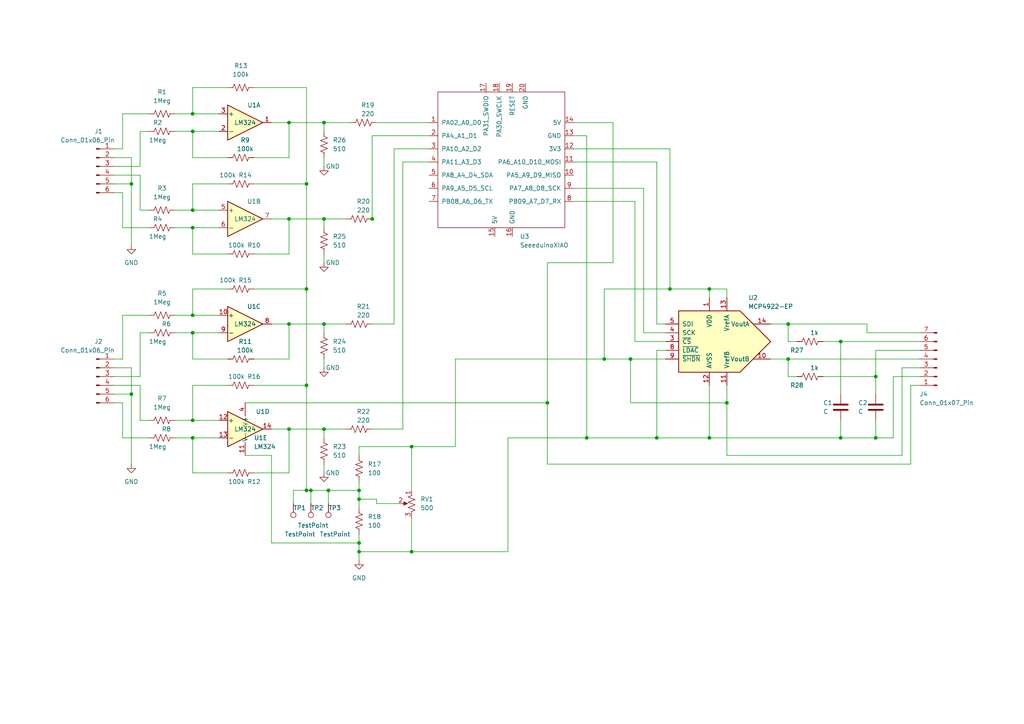
<source format=kicad_sch>
(kicad_sch (version 20230121) (generator eeschema)
  (paper "A4")
  (title_block (date "mar. 31 mars 2015"))
  (lib_symbols
    (symbol "Amplifier_Operational:LM324" (pin_names (offset 0.127))
      (property "Reference" "U" (at 0 5.08 0))
      (property "Value" "LM324" (at 0 -5.08 0))
      (symbol "LM324_1_1"
        (polyline (pts (xy -5.08 5.08) (xy 5.08 0) (xy -5.08 -5.08) (xy -5.08 5.08)) (stroke (width 0.254)) (fill (type background)))
        (pin output line (at 7.62 0 180) (length 2.54) (name "~") (number "1"))
        (pin input line (at -7.62 -2.54 0) (length 2.54) (name "-") (number "2"))
        (pin input line (at -7.62 2.54 0) (length 2.54) (name "+") (number "3"))
      )
      (symbol "LM324_2_1"
        (polyline (pts (xy -5.08 5.08) (xy 5.08 0) (xy -5.08 -5.08) (xy -5.08 5.08)) (stroke (width 0.254)) (fill (type background)))
        (pin input line (at -7.62 2.54 0) (length 2.54) (name "+") (number "5"))
        (pin input line (at -7.62 -2.54 0) (length 2.54) (name "-") (number "6"))
        (pin output line (at 7.62 0 180) (length 2.54) (name "~") (number "7"))
      )
      (symbol "LM324_3_1"
        (polyline (pts (xy -5.08 5.08) (xy 5.08 0) (xy -5.08 -5.08) (xy -5.08 5.08)) (stroke (width 0.254)) (fill (type background)))
        (pin input line (at -7.62 2.54 0) (length 2.54) (name "+") (number "10"))
        (pin output line (at 7.62 0 180) (length 2.54) (name "~") (number "8"))
        (pin input line (at -7.62 -2.54 0) (length 2.54) (name "-") (number "9"))
      )
      (symbol "LM324_4_1"
        (polyline (pts (xy -5.08 5.08) (xy 5.08 0) (xy -5.08 -5.08) (xy -5.08 5.08)) (stroke (width 0.254)) (fill (type background)))
        (pin input line (at -7.62 2.54 0) (length 2.54) (name "+") (number "12"))
        (pin input line (at -7.62 -2.54 0) (length 2.54) (name "-") (number "13"))
        (pin output line (at 7.62 0 180) (length 2.54) (name "~") (number "14"))
      )
      (symbol "LM324_5_1"
        (pin power_in line (at -2.54 -7.62 90) (length 3.81) (name "V-") (number "11"))
        (pin power_in line (at -2.54 7.62 270) (length 3.81) (name "V+") (number "4"))
      )
    )
    (symbol "Analog_DAC:MCP4922-EP" (pin_names (offset 1.016))
      (property "Reference" "U" (at -10.16 10.16 0))
      (property "Value" "MCP4922-EP" (at 3.81 10.16 0))
      (symbol "MCP4922-EP_0_1"
        (polyline (pts (xy -11.43 8.89) (xy 6.35 8.89) (xy 15.24 0) (xy 6.35 -8.89) (xy -11.43 -8.89) (xy -11.43 8.89)) (stroke (width 0.254)) (fill (type background)))
      )
      (symbol "MCP4922-EP_1_1"
        (pin power_in line (at -2.54 12.7 270) (length 3.81) (name "VDD") (number "1"))
        (pin passive line (at 15.24 -5.08 180) (length 5.08) (name "VoutB") (number "10"))
        (pin passive line (at 2.54 -12.7 90) (length 3.81) (name "VrefB") (number "11"))
        (pin power_in line (at -2.54 -12.7 90) (length 3.81) (name "AVSS") (number "12"))
        (pin passive line (at 2.54 12.7 270) (length 3.81) (name "VrefA") (number "13"))
        (pin passive line (at 15.24 5.08 180) (length 5.08) (name "VoutA") (number "14"))
        (pin no_connect line (at -5.08 -8.89 90) (length 2.54) hide (name "NC") (number "2"))
        (pin input line (at -15.24 0 0) (length 3.81) (name "~{CS}") (number "3"))
        (pin input line (at -15.24 2.54 0) (length 3.81) (name "SCK") (number "4"))
        (pin input line (at -15.24 5.08 0) (length 3.81) (name "SDI") (number "5"))
        (pin no_connect line (at -7.62 -8.89 90) (length 2.54) hide (name "NC") (number "6"))
        (pin no_connect line (at -10.16 -8.89 90) (length 2.54) hide (name "NC") (number "7"))
        (pin input line (at -15.24 -2.54 0) (length 3.81) (name "~{LDAC}") (number "8"))
        (pin input line (at -15.24 -5.08 0) (length 3.81) (name "~{SHDN}") (number "9"))
      )
    )
    (symbol "Connector:Conn_01x06_Pin" (pin_names (offset 1.016) hide)
      (property "Reference" "J" (at 0 7.62 0))
      (property "Value" "Conn_01x06_Pin" (at 0 -10.16 0))
      (symbol "Conn_01x06_Pin_1_1"
        (polyline (pts (xy 1.27 -7.62) (xy 0.8636 -7.62)) (stroke (width 0.1524)))
        (polyline (pts (xy 1.27 -5.08) (xy 0.8636 -5.08)) (stroke (width 0.1524)))
        (polyline (pts (xy 1.27 -2.54) (xy 0.8636 -2.54)) (stroke (width 0.1524)))
        (polyline (pts (xy 1.27 0) (xy 0.8636 0)) (stroke (width 0.1524)))
        (polyline (pts (xy 1.27 2.54) (xy 0.8636 2.54)) (stroke (width 0.1524)))
        (polyline (pts (xy 1.27 5.08) (xy 0.8636 5.08)) (stroke (width 0.1524)))
        (rectangle (start 0.8636 -7.493) (end 0 -7.747) (stroke (width 0.1524)) (fill (type outline)))
        (rectangle (start 0.8636 -4.953) (end 0 -5.207) (stroke (width 0.1524)) (fill (type outline)))
        (rectangle (start 0.8636 -2.413) (end 0 -2.667) (stroke (width 0.1524)) (fill (type outline)))
        (rectangle (start 0.8636 0.127) (end 0 -0.127) (stroke (width 0.1524)) (fill (type outline)))
        (rectangle (start 0.8636 2.667) (end 0 2.413) (stroke (width 0.1524)) (fill (type outline)))
        (rectangle (start 0.8636 5.207) (end 0 4.953) (stroke (width 0.1524)) (fill (type outline)))
        (pin passive line (at 5.08 5.08 180) (length 3.81) (name "Pin_1") (number "1"))
        (pin passive line (at 5.08 2.54 180) (length 3.81) (name "Pin_2") (number "2"))
        (pin passive line (at 5.08 0 180) (length 3.81) (name "Pin_3") (number "3"))
        (pin passive line (at 5.08 -2.54 180) (length 3.81) (name "Pin_4") (number "4"))
        (pin passive line (at 5.08 -5.08 180) (length 3.81) (name "Pin_5") (number "5"))
        (pin passive line (at 5.08 -7.62 180) (length 3.81) (name "Pin_6") (number "6"))
      )
    )
    (symbol "Connector:Conn_01x07_Pin" (pin_names (offset 1.016) hide)
      (property "Reference" "J" (at 0 10.16 0))
      (property "Value" "Conn_01x07_Pin" (at 0 -10.16 0))
      (symbol "Conn_01x07_Pin_1_1"
        (polyline (pts (xy 1.27 -7.62) (xy 0.8636 -7.62)) (stroke (width 0.1524)))
        (polyline (pts (xy 1.27 -5.08) (xy 0.8636 -5.08)) (stroke (width 0.1524)))
        (polyline (pts (xy 1.27 -2.54) (xy 0.8636 -2.54)) (stroke (width 0.1524)))
        (polyline (pts (xy 1.27 0) (xy 0.8636 0)) (stroke (width 0.1524)))
        (polyline (pts (xy 1.27 2.54) (xy 0.8636 2.54)) (stroke (width 0.1524)))
        (polyline (pts (xy 1.27 5.08) (xy 0.8636 5.08)) (stroke (width 0.1524)))
        (polyline (pts (xy 1.27 7.62) (xy 0.8636 7.62)) (stroke (width 0.1524)))
        (rectangle (start 0.8636 -7.493) (end 0 -7.747) (stroke (width 0.1524)) (fill (type outline)))
        (rectangle (start 0.8636 -4.953) (end 0 -5.207) (stroke (width 0.1524)) (fill (type outline)))
        (rectangle (start 0.8636 -2.413) (end 0 -2.667) (stroke (width 0.1524)) (fill (type outline)))
        (rectangle (start 0.8636 0.127) (end 0 -0.127) (stroke (width 0.1524)) (fill (type outline)))
        (rectangle (start 0.8636 2.667) (end 0 2.413) (stroke (width 0.1524)) (fill (type outline)))
        (rectangle (start 0.8636 5.207) (end 0 4.953) (stroke (width 0.1524)) (fill (type outline)))
        (rectangle (start 0.8636 7.747) (end 0 7.493) (stroke (width 0.1524)) (fill (type outline)))
        (pin passive line (at 5.08 7.62 180) (length 3.81) (name "Pin_1") (number "1"))
        (pin passive line (at 5.08 5.08 180) (length 3.81) (name "Pin_2") (number "2"))
        (pin passive line (at 5.08 2.54 180) (length 3.81) (name "Pin_3") (number "3"))
        (pin passive line (at 5.08 0 180) (length 3.81) (name "Pin_4") (number "4"))
        (pin passive line (at 5.08 -2.54 180) (length 3.81) (name "Pin_5") (number "5"))
        (pin passive line (at 5.08 -5.08 180) (length 3.81) (name "Pin_6") (number "6"))
        (pin passive line (at 5.08 -7.62 180) (length 3.81) (name "Pin_7") (number "7"))
      )
    )
    (symbol "Connector:TestPoint" (pin_numbers hide) (pin_names (offset 0.762) hide)
      (property "Reference" "TP" (at 0 6.858 0))
      (property "Value" "TestPoint" (at 0 5.08 0))
      (symbol "TestPoint_0_1"
        (circle (center 0 3.302) (radius 0.762))
      )
      (symbol "TestPoint_1_1"
        (pin passive line (at 0 0 90) (length 2.54) (name "1") (number "1"))
      )
    )
    (symbol "Device:C" (pin_numbers hide) (pin_names (offset 0.254))
      (property "Reference" "C" (at 0.635 2.54 0))
      (property "Value" "C" (at 0.635 -2.54 0))
      (symbol "C_0_1"
        (polyline (pts (xy -2.032 -0.762) (xy 2.032 -0.762)) (stroke (width 0.508)))
        (polyline (pts (xy -2.032 0.762) (xy 2.032 0.762)) (stroke (width 0.508)))
      )
      (symbol "C_1_1"
        (pin passive line (at 0 3.81 270) (length 2.794) (name "~") (number "1"))
        (pin passive line (at 0 -3.81 90) (length 2.794) (name "~") (number "2"))
      )
    )
    (symbol "Device:R_Potentiometer_US" (pin_names (offset 1.016) hide)
      (property "Reference" "RV" (at -4.445 0 90))
      (property "Value" "R_Potentiometer_US" (at -2.54 0 90))
      (symbol "R_Potentiometer_US_0_1"
        (polyline (pts (xy 0 -2.286) (xy 0 -2.54)))
        (polyline (pts (xy 0 2.54) (xy 0 2.286)))
        (polyline (pts (xy 2.54 0) (xy 1.524 0)))
        (polyline (pts (xy 1.143 0) (xy 2.286 0.508) (xy 2.286 -0.508) (xy 1.143 0)) (fill (type outline)))
        (polyline (pts (xy 0 -0.762) (xy 1.016 -1.143) (xy 0 -1.524) (xy -1.016 -1.905) (xy 0 -2.286)))
        (polyline (pts (xy 0 0.762) (xy 1.016 0.381) (xy 0 0) (xy -1.016 -0.381) (xy 0 -0.762)))
        (polyline (pts (xy 0 2.286) (xy 1.016 1.905) (xy 0 1.524) (xy -1.016 1.143) (xy 0 0.762)))
      )
      (symbol "R_Potentiometer_US_1_1"
        (pin passive line (at 0 3.81 270) (length 1.27) (name "1") (number "1"))
        (pin passive line (at 3.81 0 180) (length 1.27) (name "2") (number "2"))
        (pin passive line (at 0 -3.81 90) (length 1.27) (name "3") (number "3"))
      )
    )
    (symbol "Device:R_US" (pin_numbers hide) (pin_names (offset 0))
      (property "Reference" "R" (at 2.54 0 90))
      (property "Value" "R_US" (at -2.54 0 90))
      (symbol "R_US_0_1"
        (polyline (pts (xy 0 -2.286) (xy 0 -2.54)))
        (polyline (pts (xy 0 2.286) (xy 0 2.54)))
        (polyline (pts (xy 0 -0.762) (xy 1.016 -1.143) (xy 0 -1.524) (xy -1.016 -1.905) (xy 0 -2.286)))
        (polyline (pts (xy 0 0.762) (xy 1.016 0.381) (xy 0 0) (xy -1.016 -0.381) (xy 0 -0.762)))
        (polyline (pts (xy 0 2.286) (xy 1.016 1.905) (xy 0 1.524) (xy -1.016 1.143) (xy 0 0.762)))
      )
      (symbol "R_US_1_1"
        (pin passive line (at 0 3.81 270) (length 1.27) (name "~") (number "1"))
        (pin passive line (at 0 -3.81 90) (length 1.27) (name "~") (number "2"))
      )
    )
    (symbol "Seeeduino XIAO:SeeeduinoXIAO" (pin_names (offset 1.016))
      (property "Reference" "U" (at -19.05 22.86 0))
      (property "Value" "SeeeduinoXIAO" (at -12.7 21.59 0))
      (symbol "SeeeduinoXIAO_0_1"
        (rectangle (start -19.05 20.32) (end 17.78 -19.05))
      )
      (symbol "SeeeduinoXIAO_1_1"
        (pin unspecified line (at -21.59 11.43 0) (length 2.54) (name "PA02_A0_D0") (number "1"))
        (pin unspecified line (at 20.32 -3.81 180) (length 2.54) (name "PA5_A9_D9_MISO") (number "10"))
        (pin unspecified line (at 20.32 0 180) (length 2.54) (name "PA6_A10_D10_MOSI") (number "11"))
        (pin unspecified line (at 20.32 3.81 180) (length 2.54) (name "3V3") (number "12"))
        (pin unspecified line (at 20.32 7.62 180) (length 2.54) (name "GND") (number "13"))
        (pin unspecified line (at 20.32 11.43 180) (length 2.54) (name "5V") (number "14"))
        (pin input line (at -2.54 -21.59 90) (length 2.54) (name "5V") (number "15"))
        (pin input line (at 2.54 -21.59 90) (length 2.54) (name "GND") (number "16"))
        (pin input line (at -5.08 22.86 270) (length 2.54) (name "PA31_SWDIO") (number "17"))
        (pin input line (at -1.27 22.86 270) (length 2.54) (name "PA30_SWCLK") (number "18"))
        (pin input line (at 2.54 22.86 270) (length 2.54) (name "RESET") (number "19"))
        (pin unspecified line (at -21.59 7.62 0) (length 2.54) (name "PA4_A1_D1") (number "2"))
        (pin input line (at 6.35 22.86 270) (length 2.54) (name "GND") (number "20"))
        (pin unspecified line (at -21.59 3.81 0) (length 2.54) (name "PA10_A2_D2") (number "3"))
        (pin unspecified line (at -21.59 0 0) (length 2.54) (name "PA11_A3_D3") (number "4"))
        (pin unspecified line (at -21.59 -3.81 0) (length 2.54) (name "PA8_A4_D4_SDA") (number "5"))
        (pin unspecified line (at -21.59 -7.62 0) (length 2.54) (name "PA9_A5_D5_SCL") (number "6"))
        (pin unspecified line (at -21.59 -11.43 0) (length 2.54) (name "PB08_A6_D6_TX") (number "7"))
        (pin unspecified line (at 20.32 -11.43 180) (length 2.54) (name "PB09_A7_D7_RX") (number "8"))
        (pin unspecified line (at 20.32 -7.62 180) (length 2.54) (name "PA7_A8_D8_SCK") (number "9"))
      )
    )
    (symbol "power:GND" (power) (pin_names (offset 0))
      (property "Value" "GND" (at 0 -3.81 0))
      (symbol "GND_0_1"
        (polyline (pts (xy 0 0) (xy 0 -1.27) (xy 1.27 -1.27) (xy 0 -2.54) (xy -1.27 -1.27) (xy 0 -1.27)))
      )
      (symbol "GND_1_1"
        (pin power_in line (at 0 0 270) (length 0) hide (name "GND") (number "1"))
      )
    )
  )
  (junction (at 55.88 96.52))
  (junction (at 55.88 33.02))
  (junction (at 104.14 144.78))
  (junction (at 88.9 111.76))
  (junction (at 104.14 157.48))
  (junction (at 243.84 127))
  (junction (at 88.9 142.24))
  (junction (at 83.82 63.5))
  (junction (at 88.9 53.34))
  (junction (at 119.38 129.54))
  (junction (at 228.6 104.14))
  (junction (at 38.1 114.3))
  (junction (at 104.14 160.02))
  (junction (at 55.88 38.1))
  (junction (at 228.6 93.98))
  (junction (at 119.38 160.02))
  (junction (at 93.98 93.98))
  (junction (at 205.74 83.82))
  (junction (at 83.82 93.98))
  (junction (at 243.84 99.06))
  (junction (at 175.26 104.14))
  (junction (at 88.9 83.82))
  (junction (at 55.88 91.44))
  (junction (at 194.31 83.82))
  (junction (at 254 127))
  (junction (at 55.88 127))
  (junction (at 83.82 124.46))
  (junction (at 190.5 127))
  (junction (at 205.74 127))
  (junction (at 95.25 142.24))
  (junction (at 158.75 116.84))
  (junction (at 182.88 104.14))
  (junction (at 93.98 35.56))
  (junction (at 210.82 116.84))
  (junction (at 254 109.22))
  (junction (at 38.1 53.34))
  (junction (at 83.82 35.56))
  (junction (at 55.88 66.04))
  (junction (at 55.88 121.92))
  (junction (at 107.95 63.5))
  (junction (at 55.88 60.96))
  (junction (at 90.17 142.24))
  (junction (at 93.98 124.46))
  (junction (at 93.98 63.5))
  (junction (at 104.14 142.24))
  (junction (at 170.18 127))
  (wire (pts (xy 194.31 43.18) (xy 194.31 83.82)))
  (wire (pts (xy 55.88 33.02) (xy 63.5 33.02)))
  (wire (pts (xy 40.64 50.8) (xy 33.02 50.8)))
  (wire (pts (xy 182.88 104.14) (xy 193.04 104.14)))
  (wire (pts (xy 83.82 93.98) (xy 83.82 104.14)))
  (wire (pts (xy 190.5 101.6) (xy 190.5 127)))
  (wire (pts (xy 210.82 83.82) (xy 205.74 83.82)))
  (wire (pts (xy 66.04 25.4) (xy 55.88 25.4)))
  (wire (pts (xy 33.02 116.84) (xy 35.56 116.84)))
  (wire (pts (xy 104.14 139.7) (xy 104.14 142.24)))
  (wire (pts (xy 83.82 45.72) (xy 83.82 35.56)))
  (wire (pts (xy 71.12 116.84) (xy 158.75 116.84)))
  (wire (pts (xy 55.88 91.44) (xy 63.5 91.44)))
  (wire (pts (xy 228.6 104.14) (xy 228.6 109.22)))
  (wire (pts (xy 85.09 146.05) (xy 85.09 142.24)))
  (wire (pts (xy 175.26 83.82) (xy 175.26 104.14)))
  (wire (pts (xy 266.7 101.6) (xy 254 101.6)))
  (wire (pts (xy 55.88 60.96) (xy 63.5 60.96)))
  (wire (pts (xy 55.88 127) (xy 55.88 137.16)))
  (wire (pts (xy 90.17 142.24) (xy 90.17 146.05)))
  (wire (pts (xy 266.7 109.22) (xy 259.08 109.22)))
  (wire (pts (xy 261.62 132.08) (xy 210.82 132.08)))
  (wire (pts (xy 194.31 83.82) (xy 175.26 83.82)))
  (wire (pts (xy 251.46 96.52) (xy 266.7 96.52)))
  (wire (pts (xy 166.37 54.61) (xy 186.69 54.61)))
  (wire (pts (xy 38.1 45.72) (xy 38.1 53.34)))
  (wire (pts (xy 50.8 66.04) (xy 55.88 66.04)))
  (wire (pts (xy 33.02 45.72) (xy 38.1 45.72)))
  (wire (pts (xy 66.04 111.76) (xy 55.88 111.76)))
  (wire (pts (xy 55.88 96.52) (xy 63.5 96.52)))
  (wire (pts (xy 55.88 83.82) (xy 55.88 91.44)))
  (wire (pts (xy 50.8 91.44) (xy 55.88 91.44)))
  (wire (pts (xy 88.9 142.24) (xy 90.17 142.24)))
  (wire (pts (xy 88.9 111.76) (xy 88.9 83.82)))
  (wire (pts (xy 73.66 45.72) (xy 83.82 45.72)))
  (wire (pts (xy 186.69 54.61) (xy 186.69 96.52)))
  (wire (pts (xy 251.46 93.98) (xy 251.46 96.52)))
  (wire (pts (xy 158.75 116.84) (xy 158.75 134.62)))
  (wire (pts (xy 55.88 25.4) (xy 55.88 33.02)))
  (wire (pts (xy 177.8 76.2) (xy 158.75 76.2)))
  (wire (pts (xy 95.25 142.24) (xy 104.14 142.24)))
  (wire (pts (xy 190.5 127) (xy 170.18 127)))
  (wire (pts (xy 43.18 121.92) (xy 40.64 121.92)))
  (wire (pts (xy 210.82 132.08) (xy 210.82 116.84)))
  (wire (pts (xy 243.84 127) (xy 205.74 127)))
  (wire (pts (xy 210.82 86.36) (xy 210.82 83.82)))
  (wire (pts (xy 132.08 104.14) (xy 132.08 129.54)))
  (wire (pts (xy 186.69 96.52) (xy 193.04 96.52)))
  (wire (pts (xy 55.88 45.72) (xy 55.88 38.1)))
  (wire (pts (xy 43.18 66.04) (xy 35.56 66.04)))
  (wire (pts (xy 40.64 60.96) (xy 40.64 50.8)))
  (wire (pts (xy 43.18 38.1) (xy 40.64 38.1)))
  (wire (pts (xy 66.04 45.72) (xy 55.88 45.72)))
  (wire (pts (xy 33.02 109.22) (xy 40.64 109.22)))
  (wire (pts (xy 166.37 43.18) (xy 194.31 43.18)))
  (wire (pts (xy 50.8 60.96) (xy 55.88 60.96)))
  (wire (pts (xy 184.15 58.42) (xy 166.37 58.42)))
  (wire (pts (xy 238.76 99.06) (xy 243.84 99.06)))
  (wire (pts (xy 83.82 93.98) (xy 93.98 93.98)))
  (wire (pts (xy 132.08 129.54) (xy 119.38 129.54)))
  (wire (pts (xy 228.6 93.98) (xy 228.6 99.06)))
  (wire (pts (xy 73.66 137.16) (xy 83.82 137.16)))
  (wire (pts (xy 205.74 83.82) (xy 205.74 86.36)))
  (wire (pts (xy 228.6 93.98) (xy 251.46 93.98)))
  (wire (pts (xy 40.64 96.52) (xy 40.64 109.22)))
  (wire (pts (xy 104.14 142.24) (xy 104.14 144.78)))
  (wire (pts (xy 124.46 39.37) (xy 107.95 39.37)))
  (wire (pts (xy 190.5 127) (xy 205.74 127)))
  (wire (pts (xy 205.74 83.82) (xy 194.31 83.82)))
  (wire (pts (xy 254 109.22) (xy 238.76 109.22)))
  (wire (pts (xy 93.98 124.46) (xy 93.98 127)))
  (wire (pts (xy 73.66 104.14) (xy 83.82 104.14)))
  (wire (pts (xy 223.52 93.98) (xy 228.6 93.98)))
  (wire (pts (xy 93.98 63.5) (xy 93.98 66.04)))
  (wire (pts (xy 78.74 132.08) (xy 78.74 157.48)))
  (wire (pts (xy 231.14 99.06) (xy 228.6 99.06)))
  (wire (pts (xy 93.98 93.98) (xy 93.98 96.52)))
  (wire (pts (xy 114.3 43.18) (xy 124.46 43.18)))
  (wire (pts (xy 264.16 111.76) (xy 264.16 134.62)))
  (wire (pts (xy 119.38 129.54) (xy 104.14 129.54)))
  (wire (pts (xy 83.82 124.46) (xy 83.82 137.16)))
  (wire (pts (xy 40.64 111.76) (xy 33.02 111.76)))
  (wire (pts (xy 177.8 35.56) (xy 177.8 76.2)))
  (wire (pts (xy 166.37 39.37) (xy 170.18 39.37)))
  (wire (pts (xy 78.74 63.5) (xy 83.82 63.5)))
  (wire (pts (xy 254 121.92) (xy 254 127)))
  (wire (pts (xy 55.88 66.04) (xy 55.88 73.66)))
  (wire (pts (xy 43.18 60.96) (xy 40.64 60.96)))
  (wire (pts (xy 104.14 154.94) (xy 104.14 157.48)))
  (wire (pts (xy 95.25 142.24) (xy 95.25 146.05)))
  (wire (pts (xy 93.98 104.14) (xy 93.98 106.68)))
  (wire (pts (xy 254 127) (xy 243.84 127)))
  (wire (pts (xy 182.88 116.84) (xy 182.88 104.14)))
  (wire (pts (xy 50.8 127) (xy 55.88 127)))
  (wire (pts (xy 190.5 93.98) (xy 193.04 93.98)))
  (wire (pts (xy 184.15 58.42) (xy 184.15 99.06)))
  (wire (pts (xy 73.66 25.4) (xy 88.9 25.4)))
  (wire (pts (xy 266.7 106.68) (xy 261.62 106.68)))
  (wire (pts (xy 116.84 46.99) (xy 116.84 124.46)))
  (wire (pts (xy 33.02 114.3) (xy 38.1 114.3)))
  (wire (pts (xy 115.57 146.05) (xy 109.22 146.05)))
  (wire (pts (xy 107.95 39.37) (xy 107.95 63.5)))
  (wire (pts (xy 73.66 53.34) (xy 88.9 53.34)))
  (wire (pts (xy 43.18 96.52) (xy 40.64 96.52)))
  (wire (pts (xy 83.82 63.5) (xy 93.98 63.5)))
  (wire (pts (xy 107.95 124.46) (xy 116.84 124.46)))
  (wire (pts (xy 35.56 104.14) (xy 33.02 104.14)))
  (wire (pts (xy 184.15 99.06) (xy 193.04 99.06)))
  (wire (pts (xy 93.98 73.66) (xy 93.98 76.2)))
  (wire (pts (xy 259.08 109.22) (xy 259.08 127)))
  (wire (pts (xy 43.18 33.02) (xy 35.56 33.02)))
  (wire (pts (xy 40.64 38.1) (xy 40.64 48.26)))
  (wire (pts (xy 158.75 76.2) (xy 158.75 116.84)))
  (wire (pts (xy 66.04 53.34) (xy 55.88 53.34)))
  (wire (pts (xy 116.84 46.99) (xy 124.46 46.99)))
  (wire (pts (xy 175.26 104.14) (xy 182.88 104.14)))
  (wire (pts (xy 190.5 46.99) (xy 190.5 93.98)))
  (wire (pts (xy 243.84 99.06) (xy 266.7 99.06)))
  (wire (pts (xy 104.14 160.02) (xy 104.14 162.56)))
  (wire (pts (xy 205.74 111.76) (xy 205.74 127)))
  (wire (pts (xy 228.6 104.14) (xy 266.7 104.14)))
  (wire (pts (xy 170.18 127) (xy 147.32 127)))
  (wire (pts (xy 119.38 160.02) (xy 104.14 160.02)))
  (wire (pts (xy 33.02 53.34) (xy 38.1 53.34)))
  (wire (pts (xy 109.22 35.56) (xy 124.46 35.56)))
  (wire (pts (xy 107.95 93.98) (xy 114.3 93.98)))
  (wire (pts (xy 261.62 106.68) (xy 261.62 132.08)))
  (wire (pts (xy 93.98 63.5) (xy 100.33 63.5)))
  (wire (pts (xy 93.98 124.46) (xy 100.33 124.46)))
  (wire (pts (xy 35.56 33.02) (xy 35.56 43.18)))
  (wire (pts (xy 88.9 111.76) (xy 88.9 142.24)))
  (wire (pts (xy 119.38 129.54) (xy 119.38 142.24)))
  (wire (pts (xy 93.98 35.56) (xy 101.6 35.56)))
  (wire (pts (xy 73.66 73.66) (xy 83.82 73.66)))
  (wire (pts (xy 106.68 63.5) (xy 107.95 63.5)))
  (wire (pts (xy 35.56 66.04) (xy 35.56 55.88)))
  (wire (pts (xy 243.84 121.92) (xy 243.84 127)))
  (wire (pts (xy 83.82 63.5) (xy 83.82 73.66)))
  (wire (pts (xy 88.9 53.34) (xy 88.9 83.82)))
  (wire (pts (xy 78.74 124.46) (xy 83.82 124.46)))
  (wire (pts (xy 43.18 127) (xy 35.56 127)))
  (wire (pts (xy 40.64 121.92) (xy 40.64 111.76)))
  (wire (pts (xy 158.75 134.62) (xy 264.16 134.62)))
  (wire (pts (xy 109.22 144.78) (xy 104.14 144.78)))
  (wire (pts (xy 55.88 66.04) (xy 63.5 66.04)))
  (wire (pts (xy 78.74 93.98) (xy 83.82 93.98)))
  (wire (pts (xy 35.56 127) (xy 35.56 116.84)))
  (wire (pts (xy 50.8 38.1) (xy 55.88 38.1)))
  (wire (pts (xy 190.5 101.6) (xy 193.04 101.6)))
  (wire (pts (xy 38.1 114.3) (xy 38.1 134.62)))
  (wire (pts (xy 254 101.6) (xy 254 109.22)))
  (wire (pts (xy 104.14 144.78) (xy 104.14 147.32)))
  (wire (pts (xy 259.08 127) (xy 254 127)))
  (wire (pts (xy 66.04 73.66) (xy 55.88 73.66)))
  (wire (pts (xy 93.98 134.62) (xy 93.98 137.16)))
  (wire (pts (xy 109.22 146.05) (xy 109.22 144.78)))
  (wire (pts (xy 55.88 96.52) (xy 55.88 104.14)))
  (wire (pts (xy 243.84 99.06) (xy 243.84 114.3)))
  (wire (pts (xy 33.02 48.26) (xy 40.64 48.26)))
  (wire (pts (xy 50.8 121.92) (xy 55.88 121.92)))
  (wire (pts (xy 170.18 39.37) (xy 170.18 127)))
  (wire (pts (xy 43.18 91.44) (xy 35.56 91.44)))
  (wire (pts (xy 93.98 35.56) (xy 93.98 38.1)))
  (wire (pts (xy 104.14 129.54) (xy 104.14 132.08)))
  (wire (pts (xy 190.5 46.99) (xy 166.37 46.99)))
  (wire (pts (xy 55.88 53.34) (xy 55.88 60.96)))
  (wire (pts (xy 83.82 124.46) (xy 93.98 124.46)))
  (wire (pts (xy 93.98 93.98) (xy 100.33 93.98)))
  (wire (pts (xy 66.04 104.14) (xy 55.88 104.14)))
  (wire (pts (xy 266.7 111.76) (xy 264.16 111.76)))
  (wire (pts (xy 55.88 127) (xy 63.5 127)))
  (wire (pts (xy 210.82 111.76) (xy 210.82 116.84)))
  (wire (pts (xy 132.08 104.14) (xy 175.26 104.14)))
  (wire (pts (xy 66.04 83.82) (xy 55.88 83.82)))
  (wire (pts (xy 35.56 91.44) (xy 35.56 104.14)))
  (wire (pts (xy 104.14 157.48) (xy 104.14 160.02)))
  (wire (pts (xy 38.1 106.68) (xy 38.1 114.3)))
  (wire (pts (xy 182.88 116.84) (xy 210.82 116.84)))
  (wire (pts (xy 73.66 111.76) (xy 88.9 111.76)))
  (wire (pts (xy 90.17 142.24) (xy 95.25 142.24)))
  (wire (pts (xy 38.1 53.34) (xy 38.1 71.12)))
  (wire (pts (xy 254 109.22) (xy 254 114.3)))
  (wire (pts (xy 66.04 137.16) (xy 55.88 137.16)))
  (wire (pts (xy 114.3 43.18) (xy 114.3 93.98)))
  (wire (pts (xy 55.88 121.92) (xy 63.5 121.92)))
  (wire (pts (xy 33.02 106.68) (xy 38.1 106.68)))
  (wire (pts (xy 50.8 33.02) (xy 55.88 33.02)))
  (wire (pts (xy 83.82 35.56) (xy 93.98 35.56)))
  (wire (pts (xy 71.12 132.08) (xy 78.74 132.08)))
  (wire (pts (xy 73.66 83.82) (xy 88.9 83.82)))
  (wire (pts (xy 78.74 157.48) (xy 104.14 157.48)))
  (wire (pts (xy 55.88 38.1) (xy 63.5 38.1)))
  (wire (pts (xy 166.37 35.56) (xy 177.8 35.56)))
  (wire (pts (xy 147.32 160.02) (xy 119.38 160.02)))
  (wire (pts (xy 88.9 25.4) (xy 88.9 53.34)))
  (wire (pts (xy 93.98 45.72) (xy 93.98 48.26)))
  (wire (pts (xy 85.09 142.24) (xy 88.9 142.24)))
  (wire (pts (xy 33.02 55.88) (xy 35.56 55.88)))
  (wire (pts (xy 223.52 104.14) (xy 228.6 104.14)))
  (wire (pts (xy 50.8 96.52) (xy 55.88 96.52)))
  (wire (pts (xy 147.32 127) (xy 147.32 160.02)))
  (wire (pts (xy 55.88 111.76) (xy 55.88 121.92)))
  (wire (pts (xy 231.14 109.22) (xy 228.6 109.22)))
  (wire (pts (xy 119.38 149.86) (xy 119.38 160.02)))
  (wire (pts (xy 35.56 43.18) (xy 33.02 43.18)))
  (wire (pts (xy 83.82 35.56) (xy 78.74 35.56)))
  (symbol (lib_id "Amplifier_Operational:LM324") (at 71.12 63.5 0) (unit 2)
    (property "Reference" "U1" (at 73.66 58.42 0))
    (property "Value" "LM324" (at 71.12 63.5 0))
    (property "Footprint" "Package_DIP:DIP-14_W7.62mm" (effects hide))
    (property "Datasheet" "http://www.ti.com/lit/ds/symlink/lm2902-n.pdf" (effects hide))
  )
  (symbol (lib_id "Device:C") (at 243.84 118.11 0) (unit 1)
    (property "Reference" "C1" (at 238.76 116.84 0) (effects (justify left)))
    (property "Value" "C" (at 238.76 119.38 0) (effects (justify left)))
    (property "Footprint" "Capacitor_THT:C_Rect_L7.2mm_W2.5mm_P5.00mm_FKS2_FKP2_MKS2_MKP2" (effects hide))
  )
  (symbol (lib_id "Device:C") (at 254 118.11 0) (unit 1)
    (property "Reference" "C2" (at 248.92 116.84 0) (effects (justify left)))
    (property "Value" "C" (at 248.92 119.38 0) (effects (justify left)))
    (property "Footprint" "Capacitor_THT:C_Rect_L7.2mm_W2.5mm_P5.00mm_FKS2_FKP2_MKS2_MKP2" (effects hide))
  )
  (symbol (lib_id "Device:R_US") (at 46.99 127 270) (unit 1)
    (property "Reference" "R8" (at 48.26 124.46 90))
    (property "Value" "1Meg" (at 45.72 129.54 90))
    (property "Footprint" "Resistor_THT:R_Axial_DIN0204_L3.6mm_D1.6mm_P7.62mm_Horizontal" (effects hide))
  )
  (symbol (lib_id "power:GND") (at 38.1 71.12 0) (unit 1)
    (property "Reference" "#PWR02" (effects hide))
    (property "Value" "GND" (at 38.1 76.2 0))
  )
  (symbol (lib_id "Device:R_US") (at 69.85 137.16 270) (unit 1)
    (property "Reference" "R12" (at 73.66 139.7 90))
    (property "Value" "100k" (at 68.58 139.7 90))
    (property "Footprint" "Resistor_THT:R_Axial_DIN0204_L3.6mm_D1.6mm_P7.62mm_Horizontal" (effects hide))
  )
  (symbol (lib_id "Device:R_US") (at 46.99 66.04 270) (unit 1)
    (property "Reference" "R4" (at 45.72 63.5 90))
    (property "Value" "1Meg" (at 45.72 68.58 90))
    (property "Footprint" "Resistor_THT:R_Axial_DIN0204_L3.6mm_D1.6mm_P7.62mm_Horizontal" (effects hide))
  )
  (symbol (lib_id "Device:R_US") (at 46.99 121.92 270) (unit 1)
    (property "Reference" "R7" (at 46.99 115.57 90))
    (property "Value" "1Meg" (at 46.99 118.11 90))
    (property "Footprint" "Resistor_THT:R_Axial_DIN0204_L3.6mm_D1.6mm_P7.62mm_Horizontal" (effects hide))
  )
  (symbol (lib_id "Device:R_US") (at 93.98 69.85 0) (unit 1)
    (property "Reference" "R25" (at 96.52 68.58 0) (effects (justify left)))
    (property "Value" "510" (at 96.52 71.12 0) (effects (justify left)))
    (property "Footprint" "Resistor_THT:R_Axial_DIN0204_L3.6mm_D1.6mm_P7.62mm_Horizontal" (effects hide))
  )
  (symbol (lib_id "Device:R_US") (at 93.98 130.81 0) (unit 1)
    (property "Reference" "R23" (at 96.52 129.54 0) (effects (justify left)))
    (property "Value" "510" (at 96.52 132.08 0) (effects (justify left)))
    (property "Footprint" "Resistor_THT:R_Axial_DIN0204_L3.6mm_D1.6mm_P7.62mm_Horizontal" (effects hide))
  )
  (symbol (lib_id "Device:R_US") (at 46.99 91.44 270) (unit 1)
    (property "Reference" "R5" (at 46.99 85.09 90))
    (property "Value" "1Meg" (at 46.99 87.63 90))
    (property "Footprint" "Resistor_THT:R_Axial_DIN0204_L3.6mm_D1.6mm_P7.62mm_Horizontal" (effects hide))
  )
  (symbol (lib_id "Device:R_US") (at 104.14 93.98 270) (unit 1)
    (property "Reference" "R21" (at 105.41 88.9 90))
    (property "Value" "220" (at 105.41 91.44 90))
    (property "Footprint" "Resistor_THT:R_Axial_DIN0204_L3.6mm_D1.6mm_P7.62mm_Horizontal" (effects hide))
  )
  (symbol (lib_id "Device:R_US") (at 69.85 83.82 270) (unit 1)
    (property "Reference" "R15" (at 71.12 81.28 90))
    (property "Value" "100k" (at 66.04 81.28 90))
    (property "Footprint" "Resistor_THT:R_Axial_DIN0204_L3.6mm_D1.6mm_P7.62mm_Horizontal" (effects hide))
  )
  (symbol (lib_id "Device:R_US") (at 93.98 41.91 0) (unit 1)
    (property "Reference" "R26" (at 96.52 40.64 0) (effects (justify left)))
    (property "Value" "510" (at 96.52 43.18 0) (effects (justify left)))
    (property "Footprint" "Resistor_THT:R_Axial_DIN0204_L3.6mm_D1.6mm_P7.62mm_Horizontal" (effects hide))
  )
  (symbol (lib_id "Device:R_US") (at 104.14 63.5 270) (unit 1)
    (property "Reference" "R20" (at 105.41 58.42 90))
    (property "Value" "220" (at 105.41 60.96 90))
    (property "Footprint" "Resistor_THT:R_Axial_DIN0204_L3.6mm_D1.6mm_P7.62mm_Horizontal" (effects hide))
  )
  (symbol (lib_id "power:GND") (at 38.1 134.62 0) (unit 1)
    (property "Reference" "#PWR03" (effects hide))
    (property "Value" "GND" (at 38.1 139.7 0))
  )
  (symbol (lib_id "Connector:Conn_01x07_Pin") (at 271.78 104.14 180) (unit 1)
    (property "Reference" "J4" (at 266.7 114.3 0) (effects (justify right)))
    (property "Value" "Conn_01x07_Pin" (at 266.7 116.84 0) (effects (justify right)))
    (property "Footprint" "Connector_PinHeader_2.54mm:PinHeader_1x07_P2.54mm_Vertical" (effects hide))
  )
  (symbol (lib_id "Connector:TestPoint") (at 90.17 146.05 180) (unit 1)
    (property "Reference" "TP2" (at 90.17 147.32 0) (effects (justify right)))
    (property "Value" "TestPoint" (at 86.36 152.4 0) (effects (justify right)))
    (property "Footprint" "TestPoint:TestPoint_THTPad_D1.5mm_Drill0.7mm" (effects hide))
  )
  (symbol (lib_id "Device:R_US") (at 69.85 111.76 270) (unit 1)
    (property "Reference" "R16" (at 73.66 109.22 90))
    (property "Value" "100k" (at 68.58 109.22 90))
    (property "Footprint" "Resistor_THT:R_Axial_DIN0204_L3.6mm_D1.6mm_P7.62mm_Horizontal" (effects hide))
  )
  (symbol (lib_id "Device:R_US") (at 46.99 33.02 270) (unit 1)
    (property "Reference" "R1" (at 46.99 26.67 90))
    (property "Value" "1Meg" (at 46.99 29.21 90))
    (property "Footprint" "Resistor_THT:R_Axial_DIN0204_L3.6mm_D1.6mm_P7.62mm_Horizontal" (effects hide))
  )
  (symbol (lib_id "Device:R_US") (at 234.95 109.22 270) (unit 1)
    (property "Reference" "R28" (at 231.14 111.76 90))
    (property "Value" "1k" (at 236.22 106.68 90))
    (property "Footprint" "Resistor_THT:R_Axial_DIN0204_L3.6mm_D1.6mm_P5.08mm_Horizontal" (effects hide))
  )
  (symbol (lib_id "power:GND") (at 104.14 162.56 0) (unit 1)
    (property "Reference" "#PWR01" (effects hide))
    (property "Value" "GND" (at 104.14 167.64 0))
  )
  (symbol (lib_id "Amplifier_Operational:LM324") (at 71.12 35.56 0) (unit 1)
    (property "Reference" "U1" (at 73.66 30.48 0))
    (property "Value" "LM324" (at 71.12 35.56 0))
    (property "Footprint" "Package_DIP:DIP-14_W7.62mm" (effects hide))
    (property "Datasheet" "http://www.ti.com/lit/ds/symlink/lm2902-n.pdf" (effects hide))
  )
  (symbol (lib_id "power:GND") (at 93.98 76.2 0) (unit 1)
    (property "Reference" "#PWR06" (effects hide))
    (property "Value" "GND" (at 96.52 76.2 0))
  )
  (symbol (lib_id "Device:R_US") (at 46.99 96.52 270) (unit 1)
    (property "Reference" "R6" (at 48.26 93.98 90))
    (property "Value" "1Meg" (at 45.72 99.06 90))
    (property "Footprint" "Resistor_THT:R_Axial_DIN0204_L3.6mm_D1.6mm_P7.62mm_Horizontal" (effects hide))
  )
  (symbol (lib_id "Device:R_US") (at 104.14 135.89 0) (unit 1)
    (property "Reference" "R17" (at 106.68 134.62 0) (effects (justify left)))
    (property "Value" "100" (at 106.68 137.16 0) (effects (justify left)))
    (property "Footprint" "Resistor_THT:R_Axial_DIN0204_L3.6mm_D1.6mm_P7.62mm_Horizontal" (effects hide))
  )
  (symbol (lib_id "Analog_DAC:MCP4922-EP") (at 208.28 99.06 0) (unit 1)
    (property "Reference" "U2" (at 218.44 86.36 0))
    (property "Value" "MCP4922-EP" (at 223.52 88.9 0))
    (property "Footprint" "Package_DIP:DIP-14_W7.62mm" (effects hide))
    (property "Datasheet" "http://ww1.microchip.com/downloads/en/devicedoc/21897a.pdf" (effects hide))
  )
  (symbol (lib_id "Connector:TestPoint") (at 85.09 146.05 180) (unit 1)
    (property "Reference" "TP1" (at 85.09 147.32 0) (effects (justify right)))
    (property "Value" "TestPoint" (at 82.55 154.94 0) (effects (justify right)))
    (property "Footprint" "TestPoint:TestPoint_THTPad_D1.5mm_Drill0.7mm" (effects hide))
  )
  (symbol (lib_id "Device:R_US") (at 69.85 53.34 270) (unit 1)
    (property "Reference" "R14" (at 71.12 50.8 90))
    (property "Value" "100k" (at 66.04 50.8 90))
    (property "Footprint" "Resistor_THT:R_Axial_DIN0204_L3.6mm_D1.6mm_P7.62mm_Horizontal" (effects hide))
  )
  (symbol (lib_id "Device:R_US") (at 69.85 73.66 270) (unit 1)
    (property "Reference" "R10" (at 73.66 71.12 90))
    (property "Value" "100k" (at 68.58 71.12 90))
    (property "Footprint" "Resistor_THT:R_Axial_DIN0204_L3.6mm_D1.6mm_P7.62mm_Horizontal" (effects hide))
  )
  (symbol (lib_id "Device:R_US") (at 69.85 104.14 270) (unit 1)
    (property "Reference" "R11" (at 71.12 99.06 90))
    (property "Value" "100k" (at 71.12 101.6 90))
    (property "Footprint" "Resistor_THT:R_Axial_DIN0204_L3.6mm_D1.6mm_P7.62mm_Horizontal" (effects hide))
  )
  (symbol (lib_id "Device:R_US") (at 69.85 25.4 270) (unit 1)
    (property "Reference" "R13" (at 69.85 19.05 90))
    (property "Value" "100k" (at 69.85 21.59 90))
    (property "Footprint" "Resistor_THT:R_Axial_DIN0204_L3.6mm_D1.6mm_P7.62mm_Horizontal" (effects hide))
  )
  (symbol (lib_id "Connector:Conn_01x06_Pin") (at 27.94 48.26 0) (unit 1)
    (property "Reference" "J1" (at 28.575 38.1 0))
    (property "Value" "Conn_01x06_Pin" (at 25.4 40.64 0))
    (property "Footprint" "Connector_PinHeader_2.54mm:PinHeader_1x06_P2.54mm_Vertical" (effects hide))
  )
  (symbol (lib_id "Amplifier_Operational:LM324") (at 71.12 124.46 0) (unit 4)
    (property "Reference" "U1" (at 76.2 119.38 0))
    (property "Value" "LM324" (at 71.12 124.46 0))
    (property "Footprint" "Package_DIP:DIP-14_W7.62mm" (effects hide))
    (property "Datasheet" "http://www.ti.com/lit/ds/symlink/lm2902-n.pdf" (effects hide))
  )
  (symbol (lib_id "Seeeduino XIAO:SeeeduinoXIAO") (at 146.05 46.99 0) (unit 1)
    (property "Reference" "U3" (at 150.7841 68.58 0) (effects (justify left)))
    (property "Value" "SeeeduinoXIAO" (at 150.7841 71.12 0) (effects (justify left)))
    (property "Footprint" "Seeeduino XIAO KICAD:XIAO-MOUDLE14P-SMD-TH" (effects hide))
  )
  (symbol (lib_id "power:GND") (at 93.98 137.16 0) (unit 1)
    (property "Reference" "#PWR04" (effects hide))
    (property "Value" "GND" (at 96.52 137.16 0))
  )
  (symbol (lib_id "Device:R_US") (at 104.14 124.46 270) (unit 1)
    (property "Reference" "R22" (at 105.41 119.38 90))
    (property "Value" "220" (at 105.41 121.92 90))
    (property "Footprint" "Resistor_THT:R_Axial_DIN0204_L3.6mm_D1.6mm_P7.62mm_Horizontal" (effects hide))
  )
  (symbol (lib_id "Device:R_US") (at 46.99 60.96 270) (unit 1)
    (property "Reference" "R3" (at 46.99 54.61 90))
    (property "Value" "1Meg" (at 46.99 57.15 90))
    (property "Footprint" "Resistor_THT:R_Axial_DIN0204_L3.6mm_D1.6mm_P7.62mm_Horizontal" (effects hide))
  )
  (symbol (lib_id "Device:R_US") (at 46.99 38.1 270) (unit 1)
    (property "Reference" "R2" (at 45.72 35.56 90))
    (property "Value" "1Meg" (at 45.72 40.64 90))
    (property "Footprint" "Resistor_THT:R_Axial_DIN0204_L3.6mm_D1.6mm_P7.62mm_Horizontal" (effects hide))
  )
  (symbol (lib_id "Device:R_US") (at 69.85 45.72 270) (unit 1)
    (property "Reference" "R9" (at 71.12 40.64 90))
    (property "Value" "100k" (at 71.12 43.18 90))
    (property "Footprint" "Resistor_THT:R_Axial_DIN0204_L3.6mm_D1.6mm_P7.62mm_Horizontal" (effects hide))
  )
  (symbol (lib_id "Device:R_US") (at 105.41 35.56 270) (unit 1)
    (property "Reference" "R19" (at 106.68 30.48 90))
    (property "Value" "220" (at 106.68 33.02 90))
    (property "Footprint" "Resistor_THT:R_Axial_DIN0204_L3.6mm_D1.6mm_P7.62mm_Horizontal" (effects hide))
  )
  (symbol (lib_id "power:GND") (at 93.98 106.68 0) (unit 1)
    (property "Reference" "#PWR05" (effects hide))
    (property "Value" "GND" (at 96.52 106.68 0))
  )
  (symbol (lib_id "Amplifier_Operational:LM324") (at 71.12 93.98 0) (unit 3)
    (property "Reference" "U1" (at 73.66 88.9 0))
    (property "Value" "LM324" (at 71.12 93.98 0))
    (property "Footprint" "Package_DIP:DIP-14_W7.62mm" (effects hide))
    (property "Datasheet" "http://www.ti.com/lit/ds/symlink/lm2902-n.pdf" (effects hide))
  )
  (symbol (lib_id "Device:R_US") (at 234.95 99.06 270) (unit 1)
    (property "Reference" "R27" (at 231.14 101.6 90))
    (property "Value" "1k" (at 236.22 96.52 90))
    (property "Footprint" "Resistor_THT:R_Axial_DIN0204_L3.6mm_D1.6mm_P5.08mm_Horizontal" (effects hide))
  )
  (symbol (lib_id "Device:R_Potentiometer_US") (at 119.38 146.05 0) (mirror y) (unit 1)
    (property "Reference" "RV1" (at 121.92 144.78 0) (effects (justify right)))
    (property "Value" "500" (at 121.92 147.32 0) (effects (justify right)))
    (property "Footprint" "Potentiometer_THT:Potentiometer_Bourns_3386F_Vertical" (effects hide))
  )
  (symbol (lib_id "Device:R_US") (at 93.98 100.33 0) (unit 1)
    (property "Reference" "R24" (at 96.52 99.06 0) (effects (justify left)))
    (property "Value" "510" (at 96.52 101.6 0) (effects (justify left)))
    (property "Footprint" "Resistor_THT:R_Axial_DIN0204_L3.6mm_D1.6mm_P7.62mm_Horizontal" (effects hide))
  )
  (symbol (lib_id "Connector:Conn_01x06_Pin") (at 27.94 109.22 0) (unit 1)
    (property "Reference" "J2" (at 28.575 99.06 0))
    (property "Value" "Conn_01x06_Pin" (at 25.4 101.6 0))
    (property "Footprint" "Connector_PinHeader_2.54mm:PinHeader_1x06_P2.54mm_Vertical" (effects hide))
  )
  (symbol (lib_id "Amplifier_Operational:LM324") (at 73.66 124.46 0) (unit 5)
    (property "Reference" "U1" (at 73.66 127 0) (effects (justify left)))
    (property "Value" "LM324" (at 73.66 129.54 0) (effects (justify left)))
    (property "Footprint" "Package_DIP:DIP-14_W7.62mm" (effects hide))
    (property "Datasheet" "http://www.ti.com/lit/ds/symlink/lm2902-n.pdf" (effects hide))
  )
  (symbol (lib_id "power:GND") (at 93.98 48.26 0) (unit 1)
    (property "Reference" "#PWR07" (effects hide))
    (property "Value" "GND" (at 96.52 48.26 0))
  )
  (symbol (lib_id "Connector:TestPoint") (at 95.25 146.05 180) (unit 1)
    (property "Reference" "TP3" (at 95.25 147.32 0) (effects (justify right)))
    (property "Value" "TestPoint" (at 92.71 154.94 0) (effects (justify right)))
    (property "Footprint" "TestPoint:TestPoint_THTPad_D1.5mm_Drill0.7mm" (effects hide))
  )
  (symbol (lib_id "Device:R_US") (at 104.14 151.13 0) (unit 1)
    (property "Reference" "R18" (at 106.68 149.86 0) (effects (justify left)))
    (property "Value" "100" (at 106.68 152.4 0) (effects (justify left)))
    (property "Footprint" "Resistor_THT:R_Axial_DIN0204_L3.6mm_D1.6mm_P7.62mm_Horizontal" (effects hide))
  )
)
</source>
